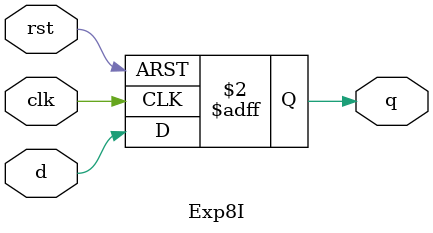
<source format=v>
module Exp8I(d, clk, rst, q);
input d, clk, rst;
output reg q;
always @(negedge clk or posedge rst) begin
if (rst)
q <= 0; 
else
q <= d;
end
endmodule
</source>
